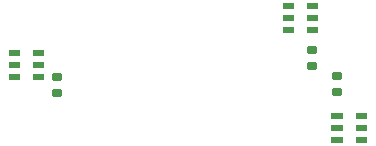
<source format=gbr>
%TF.GenerationSoftware,KiCad,Pcbnew,(6.0.2)*%
%TF.CreationDate,2022-09-07T19:19:14-04:00*%
%TF.ProjectId,plusz-end-card-with-turnstile-mezzanine,706c7573-7a2d-4656-9e64-2d636172642d,rev?*%
%TF.SameCoordinates,Original*%
%TF.FileFunction,Paste,Bot*%
%TF.FilePolarity,Positive*%
%FSLAX46Y46*%
G04 Gerber Fmt 4.6, Leading zero omitted, Abs format (unit mm)*
G04 Created by KiCad (PCBNEW (6.0.2)) date 2022-09-07 19:19:14*
%MOMM*%
%LPD*%
G01*
G04 APERTURE LIST*
G04 Aperture macros list*
%AMRoundRect*
0 Rectangle with rounded corners*
0 $1 Rounding radius*
0 $2 $3 $4 $5 $6 $7 $8 $9 X,Y pos of 4 corners*
0 Add a 4 corners polygon primitive as box body*
4,1,4,$2,$3,$4,$5,$6,$7,$8,$9,$2,$3,0*
0 Add four circle primitives for the rounded corners*
1,1,$1+$1,$2,$3*
1,1,$1+$1,$4,$5*
1,1,$1+$1,$6,$7*
1,1,$1+$1,$8,$9*
0 Add four rect primitives between the rounded corners*
20,1,$1+$1,$2,$3,$4,$5,0*
20,1,$1+$1,$4,$5,$6,$7,0*
20,1,$1+$1,$6,$7,$8,$9,0*
20,1,$1+$1,$8,$9,$2,$3,0*%
G04 Aperture macros list end*
%ADD10RoundRect,0.150000X0.300000X-0.150000X0.300000X0.150000X-0.300000X0.150000X-0.300000X-0.150000X0*%
%ADD11RoundRect,0.150000X-0.300000X0.150000X-0.300000X-0.150000X0.300000X-0.150000X0.300000X0.150000X0*%
G04 APERTURE END LIST*
%TO.C,U9*%
G36*
X133051100Y-100103600D02*
G01*
X132101100Y-100103600D01*
X132101100Y-99603600D01*
X133051100Y-99603600D01*
X133051100Y-100103600D01*
G37*
G36*
X133051100Y-101103600D02*
G01*
X132101100Y-101103600D01*
X132101100Y-100603600D01*
X133051100Y-100603600D01*
X133051100Y-101103600D01*
G37*
G36*
X135101100Y-100103600D02*
G01*
X134151100Y-100103600D01*
X134151100Y-99603600D01*
X135101100Y-99603600D01*
X135101100Y-100103600D01*
G37*
G36*
X135101100Y-101103600D02*
G01*
X134151100Y-101103600D01*
X134151100Y-100603600D01*
X135101100Y-100603600D01*
X135101100Y-101103600D01*
G37*
G36*
X135101100Y-99103600D02*
G01*
X134151100Y-99103600D01*
X134151100Y-98603600D01*
X135101100Y-98603600D01*
X135101100Y-99103600D01*
G37*
G36*
X133051100Y-99103600D02*
G01*
X132101100Y-99103600D01*
X132101100Y-98603600D01*
X133051100Y-98603600D01*
X133051100Y-99103600D01*
G37*
%TO.C,U7*%
G36*
X156251100Y-95103600D02*
G01*
X155301100Y-95103600D01*
X155301100Y-94603600D01*
X156251100Y-94603600D01*
X156251100Y-95103600D01*
G37*
G36*
X156251100Y-97103600D02*
G01*
X155301100Y-97103600D01*
X155301100Y-96603600D01*
X156251100Y-96603600D01*
X156251100Y-97103600D01*
G37*
G36*
X156251100Y-96103600D02*
G01*
X155301100Y-96103600D01*
X155301100Y-95603600D01*
X156251100Y-95603600D01*
X156251100Y-96103600D01*
G37*
G36*
X158301100Y-96103600D02*
G01*
X157351100Y-96103600D01*
X157351100Y-95603600D01*
X158301100Y-95603600D01*
X158301100Y-96103600D01*
G37*
G36*
X158301100Y-97103600D02*
G01*
X157351100Y-97103600D01*
X157351100Y-96603600D01*
X158301100Y-96603600D01*
X158301100Y-97103600D01*
G37*
G36*
X158301100Y-95103600D02*
G01*
X157351100Y-95103600D01*
X157351100Y-94603600D01*
X158301100Y-94603600D01*
X158301100Y-95103600D01*
G37*
%TO.C,U8*%
G36*
X160351100Y-104403600D02*
G01*
X159401100Y-104403600D01*
X159401100Y-103903600D01*
X160351100Y-103903600D01*
X160351100Y-104403600D01*
G37*
G36*
X162401100Y-104403600D02*
G01*
X161451100Y-104403600D01*
X161451100Y-103903600D01*
X162401100Y-103903600D01*
X162401100Y-104403600D01*
G37*
G36*
X162401100Y-106403600D02*
G01*
X161451100Y-106403600D01*
X161451100Y-105903600D01*
X162401100Y-105903600D01*
X162401100Y-106403600D01*
G37*
G36*
X160351100Y-105403600D02*
G01*
X159401100Y-105403600D01*
X159401100Y-104903600D01*
X160351100Y-104903600D01*
X160351100Y-105403600D01*
G37*
G36*
X160351100Y-106403600D02*
G01*
X159401100Y-106403600D01*
X159401100Y-105903600D01*
X160351100Y-105903600D01*
X160351100Y-106403600D01*
G37*
G36*
X162401100Y-105403600D02*
G01*
X161451100Y-105403600D01*
X161451100Y-104903600D01*
X162401100Y-104903600D01*
X162401100Y-105403600D01*
G37*
%TD*%
D10*
%TO.C,R6*%
X136201100Y-102253600D03*
X136201100Y-100853600D03*
%TD*%
%TO.C,R4*%
X157801100Y-99953600D03*
X157801100Y-98553600D03*
%TD*%
D11*
%TO.C,R5*%
X159901100Y-100753600D03*
X159901100Y-102153600D03*
%TD*%
M02*

</source>
